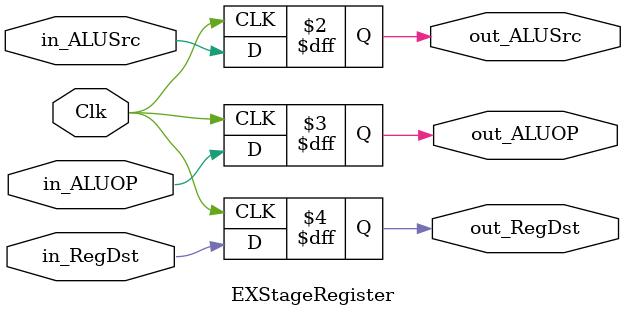
<source format=v>
`timescale 1ns / 1ps


module EXStageRegister(Clk, in_ALUSrc, in_ALUOP, in_RegDst, out_ALUSrc, out_ALUOP, out_RegDst);

    input  in_ALUSrc, in_ALUOP, in_RegDst, Clk;
    output reg out_ALUSrc, out_ALUOP, out_RegDst;

    always @ (posedge Clk)  begin
        out_ALUSrc <= in_ALUSrc;
        out_ALUOP <= in_ALUOP;
        out_RegDst <= in_RegDst;
    end


endmodule

</source>
